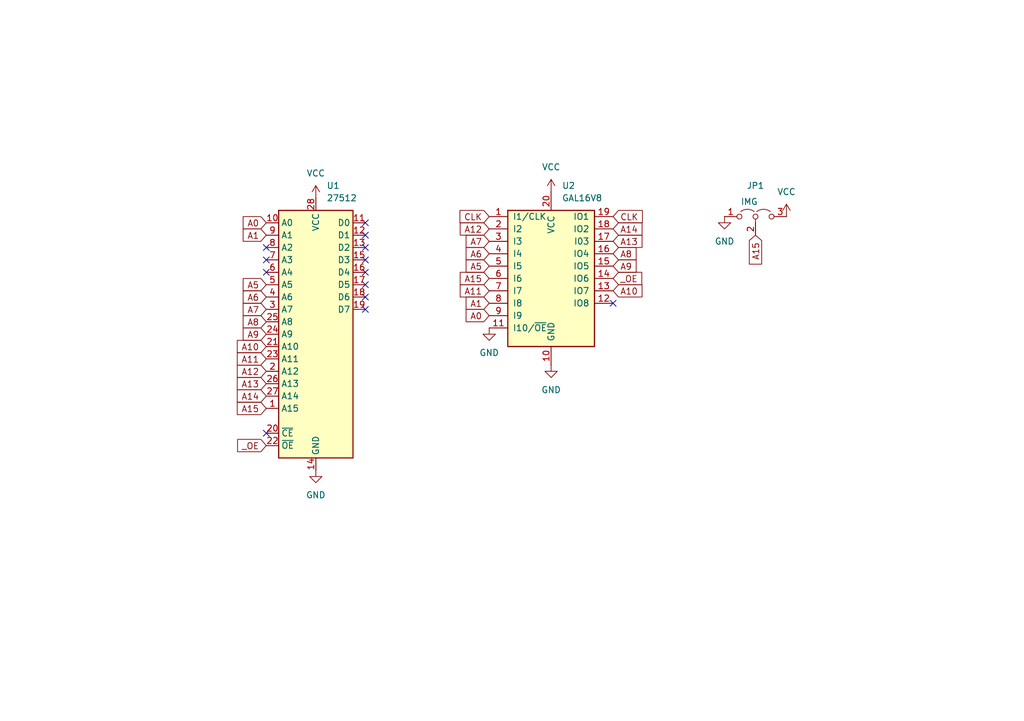
<source format=kicad_sch>
(kicad_sch (version 20231120) (generator "eeschema") (generator_version "8.0")
  (paper "A5")
  (title_block (title "Project Laoshi - 老師") (date "2024-05-19") (rev "3") (comment 1 "Recovering the teachings of an old teacher."))
  (lib_symbols
    (symbol "Jumper:Jumper_3_Open" (pin_names (offset 0) hide) (exclude_from_sim yes) (in_bom no)
      (property "Reference" "JP" (at -2.54 -2.54 0))
      (property "Value" "Jumper_3_Open" (at 0 2.794 0))
      (symbol "Jumper_3_Open_0_0"
        (circle (center -3.302 0) (radius 0.508))
        (circle (center 0 0) (radius 0.508))
        (circle (center 3.302 0) (radius 0.508))
      )
      (symbol "Jumper_3_Open_0_1"
        (arc (start -0.254 1.016) (mid -1.651 1.4992) (end -3.048 1.016))
        (polyline (pts (xy 0 -0.508) (xy 0 -1.27)))
        (arc (start 3.048 1.016) (mid 1.651 1.4992) (end 0.254 1.016))
      )
      (symbol "Jumper_3_Open_1_1"
        (pin passive line (at -6.35 0 0) (length 2.54) (name "A") (number "1"))
        (pin passive line (at 0 -3.81 90) (length 2.54) (name "C") (number "2"))
        (pin passive line (at 6.35 0 180) (length 2.54) (name "B") (number "3"))
      )
    )
    (symbol "Logic_Programmable:GAL16V8" (pin_names (offset 1.016))
      (property "Reference" "U" (at -8.89 16.51 0))
      (property "Value" "GAL16V8" (at 1.27 16.51 0))
      (symbol "GAL16V8_0_0"
        (pin power_in line (at 0 -17.78 90) (length 3.81) (name "GND") (number "10"))
        (pin power_in line (at 0 17.78 270) (length 3.81) (name "VCC") (number "20"))
      )
      (symbol "GAL16V8_0_1"
        (rectangle (start -8.89 13.97) (end 8.89 -13.97) (stroke (width 0.254)) (fill (type background)))
      )
      (symbol "GAL16V8_1_1"
        (pin input line (at -12.7 12.7 0) (length 3.81) (name "I1/CLK") (number "1"))
        (pin input line (at -12.7 -10.16 0) (length 3.81) (name "I10/~{OE}") (number "11"))
        (pin tri_state line (at 12.7 -5.08 180) (length 3.81) (name "IO8") (number "12"))
        (pin tri_state line (at 12.7 -2.54 180) (length 3.81) (name "IO7") (number "13"))
        (pin tri_state line (at 12.7 0 180) (length 3.81) (name "IO6") (number "14"))
        (pin tri_state line (at 12.7 2.54 180) (length 3.81) (name "IO5") (number "15"))
        (pin tri_state line (at 12.7 5.08 180) (length 3.81) (name "IO4") (number "16"))
        (pin tri_state line (at 12.7 7.62 180) (length 3.81) (name "I03") (number "17"))
        (pin tri_state line (at 12.7 10.16 180) (length 3.81) (name "IO2") (number "18"))
        (pin tri_state line (at 12.7 12.7 180) (length 3.81) (name "IO1") (number "19"))
        (pin input line (at -12.7 10.16 0) (length 3.81) (name "I2") (number "2"))
        (pin input line (at -12.7 7.62 0) (length 3.81) (name "I3") (number "3"))
        (pin input line (at -12.7 5.08 0) (length 3.81) (name "I4") (number "4"))
        (pin input line (at -12.7 2.54 0) (length 3.81) (name "I5") (number "5"))
        (pin input line (at -12.7 0 0) (length 3.81) (name "I6") (number "6"))
        (pin input line (at -12.7 -2.54 0) (length 3.81) (name "I7") (number "7"))
        (pin input line (at -12.7 -5.08 0) (length 3.81) (name "I8") (number "8"))
        (pin input line (at -12.7 -7.62 0) (length 3.81) (name "I9") (number "9"))
      )
    )
    (symbol "Memory_EPROM:27512"
      (property "Reference" "U" (at -7.62 26.67 0))
      (property "Value" "27512" (at 2.54 -26.67 0))
      (symbol "27512_1_1"
        (rectangle (start -7.62 25.4) (end 7.62 -25.4) (stroke (width 0.254)) (fill (type background)))
        (pin input line (at -10.16 -15.24 0) (length 2.54) (name "A15") (number "1"))
        (pin input line (at -10.16 22.86 0) (length 2.54) (name "A0") (number "10"))
        (pin tri_state line (at 10.16 22.86 180) (length 2.54) (name "D0") (number "11"))
        (pin tri_state line (at 10.16 20.32 180) (length 2.54) (name "D1") (number "12"))
        (pin tri_state line (at 10.16 17.78 180) (length 2.54) (name "D2") (number "13"))
        (pin power_in line (at 0 -27.94 90) (length 2.54) (name "GND") (number "14"))
        (pin tri_state line (at 10.16 15.24 180) (length 2.54) (name "D3") (number "15"))
        (pin tri_state line (at 10.16 12.7 180) (length 2.54) (name "D4") (number "16"))
        (pin tri_state line (at 10.16 10.16 180) (length 2.54) (name "D5") (number "17"))
        (pin tri_state line (at 10.16 7.62 180) (length 2.54) (name "D6") (number "18"))
        (pin tri_state line (at 10.16 5.08 180) (length 2.54) (name "D7") (number "19"))
        (pin input line (at -10.16 -7.62 0) (length 2.54) (name "A12") (number "2"))
        (pin input line (at -10.16 -20.32 0) (length 2.54) (name "~{CE}") (number "20"))
        (pin input line (at -10.16 -2.54 0) (length 2.54) (name "A10") (number "21"))
        (pin input line (at -10.16 -22.86 0) (length 2.54) (name "~{OE}") (number "22"))
        (pin input line (at -10.16 -5.08 0) (length 2.54) (name "A11") (number "23"))
        (pin input line (at -10.16 0 0) (length 2.54) (name "A9") (number "24"))
        (pin input line (at -10.16 2.54 0) (length 2.54) (name "A8") (number "25"))
        (pin input line (at -10.16 -10.16 0) (length 2.54) (name "A13") (number "26"))
        (pin input line (at -10.16 -12.7 0) (length 2.54) (name "A14") (number "27"))
        (pin power_in line (at 0 27.94 270) (length 2.54) (name "VCC") (number "28"))
        (pin input line (at -10.16 5.08 0) (length 2.54) (name "A7") (number "3"))
        (pin input line (at -10.16 7.62 0) (length 2.54) (name "A6") (number "4"))
        (pin input line (at -10.16 10.16 0) (length 2.54) (name "A5") (number "5"))
        (pin input line (at -10.16 12.7 0) (length 2.54) (name "A4") (number "6"))
        (pin input line (at -10.16 15.24 0) (length 2.54) (name "A3") (number "7"))
        (pin input line (at -10.16 17.78 0) (length 2.54) (name "A2") (number "8"))
        (pin input line (at -10.16 20.32 0) (length 2.54) (name "A1") (number "9"))
      )
    )
    (symbol "power:GND" (power) (pin_numbers hide) (pin_names (offset 0) hide)
      (property "Value" "GND" (at 0 -3.81 0))
      (symbol "GND_0_1"
        (polyline (pts (xy 0 0) (xy 0 -1.27) (xy 1.27 -1.27) (xy 0 -2.54) (xy -1.27 -1.27) (xy 0 -1.27)))
      )
      (symbol "GND_1_1"
        (pin power_in line (at 0 0 270) (length 0) (name "~") (number "1"))
      )
    )
    (symbol "power:VCC" (power) (pin_numbers hide) (pin_names (offset 0) hide)
      (property "Value" "VCC" (at 0 3.556 0))
      (symbol "VCC_0_1"
        (polyline (pts (xy -0.762 1.27) (xy 0 2.54)))
        (polyline (pts (xy 0 0) (xy 0 2.54)))
        (polyline (pts (xy 0 2.54) (xy 0.762 1.27)))
      )
      (symbol "VCC_1_1"
        (pin power_in line (at 0 0 90) (length 0) (name "~") (number "1"))
      )
    )
  )
  (no_connect (at 54.61 88.9))
  (no_connect (at 54.61 55.88))
  (no_connect (at 125.73 62.23))
  (no_connect (at 74.93 60.96))
  (no_connect (at 74.93 45.72))
  (no_connect (at 74.93 48.26))
  (no_connect (at 74.93 53.34))
  (no_connect (at 74.93 50.8))
  (no_connect (at 74.93 63.5))
  (no_connect (at 74.93 55.88))
  (no_connect (at 54.61 53.34))
  (no_connect (at 74.93 58.42))
  (no_connect (at 54.61 50.8))
  (global_label "A8" (shape input) (at 125.73 52.07 0) (property "Intersheetrefs" "${INTERSHEET_REFS}" (effects (hide yes))))
  (global_label "A15" (shape input) (at 154.94 48.26 270) (property "Intersheetrefs" "${INTERSHEET_REFS}" (effects (hide yes))))
  (global_label "A8" (shape input) (at 54.61 66.04 180) (property "Intersheetrefs" "${INTERSHEET_REFS}" (effects (hide yes))))
  (global_label "A11" (shape input) (at 54.61 73.66 180) (property "Intersheetrefs" "${INTERSHEET_REFS}" (effects (hide yes))))
  (global_label "A13" (shape input) (at 125.73 49.53 0) (property "Intersheetrefs" "${INTERSHEET_REFS}" (effects (hide yes))))
  (global_label "A9" (shape input) (at 125.73 54.61 0) (property "Intersheetrefs" "${INTERSHEET_REFS}" (effects (hide yes))))
  (global_label "A0" (shape input) (at 54.61 45.72 180) (property "Intersheetrefs" "${INTERSHEET_REFS}" (effects (hide yes))))
  (global_label "A10" (shape input) (at 54.61 71.12 180) (property "Intersheetrefs" "${INTERSHEET_REFS}" (effects (hide yes))))
  (global_label "A1" (shape input) (at 100.33 62.23 180) (property "Intersheetrefs" "${INTERSHEET_REFS}" (effects (hide yes))))
  (global_label "A6" (shape input) (at 54.61 60.96 180) (property "Intersheetrefs" "${INTERSHEET_REFS}" (effects (hide yes))))
  (global_label "A15" (shape input) (at 100.33 57.15 180) (property "Intersheetrefs" "${INTERSHEET_REFS}" (effects (hide yes))))
  (global_label "A10" (shape input) (at 125.73 59.69 0) (property "Intersheetrefs" "${INTERSHEET_REFS}" (effects (hide yes))))
  (global_label "_OE" (shape input) (at 125.73 57.15 0) (property "Intersheetrefs" "${INTERSHEET_REFS}" (effects (hide yes))))
  (global_label "A14" (shape input) (at 54.61 81.28 180) (property "Intersheetrefs" "${INTERSHEET_REFS}" (effects (hide yes))))
  (global_label "A0" (shape input) (at 100.33 64.77 180) (property "Intersheetrefs" "${INTERSHEET_REFS}" (effects (hide yes))))
  (global_label "A15" (shape input) (at 54.61 83.82 180) (property "Intersheetrefs" "${INTERSHEET_REFS}" (effects (hide yes))))
  (global_label "A6" (shape input) (at 100.33 52.07 180) (property "Intersheetrefs" "${INTERSHEET_REFS}" (effects (hide yes))))
  (global_label "A5" (shape input) (at 100.33 54.61 180) (property "Intersheetrefs" "${INTERSHEET_REFS}" (effects (hide yes))))
  (global_label "A12" (shape input) (at 54.61 76.2 180) (property "Intersheetrefs" "${INTERSHEET_REFS}" (effects (hide yes))))
  (global_label "CLK" (shape input) (at 125.73 44.45 0) (property "Intersheetrefs" "${INTERSHEET_REFS}" (effects (hide yes))))
  (global_label "A7" (shape input) (at 100.33 49.53 180) (property "Intersheetrefs" "${INTERSHEET_REFS}" (effects (hide yes))))
  (global_label "A9" (shape input) (at 54.61 68.58 180) (property "Intersheetrefs" "${INTERSHEET_REFS}" (effects (hide yes))))
  (global_label "A11" (shape input) (at 100.33 59.69 180) (property "Intersheetrefs" "${INTERSHEET_REFS}" (effects (hide yes))))
  (global_label "A13" (shape input) (at 54.61 78.74 180) (property "Intersheetrefs" "${INTERSHEET_REFS}" (effects (hide yes))))
  (global_label "A7" (shape input) (at 54.61 63.5 180) (property "Intersheetrefs" "${INTERSHEET_REFS}" (effects (hide yes))))
  (global_label "_OE" (shape input) (at 54.61 91.44 180) (property "Intersheetrefs" "${INTERSHEET_REFS}" (effects (hide yes))))
  (global_label "CLK" (shape input) (at 100.33 44.45 180) (property "Intersheetrefs" "${INTERSHEET_REFS}" (effects (hide yes))))
  (global_label "A12" (shape input) (at 100.33 46.99 180) (property "Intersheetrefs" "${INTERSHEET_REFS}" (effects (hide yes))))
  (global_label "A1" (shape input) (at 54.61 48.26 180) (property "Intersheetrefs" "${INTERSHEET_REFS}" (effects (hide yes))))
  (global_label "A14" (shape input) (at 125.73 46.99 0) (property "Intersheetrefs" "${INTERSHEET_REFS}" (effects (hide yes))))
  (global_label "A5" (shape input) (at 54.61 58.42 180) (property "Intersheetrefs" "${INTERSHEET_REFS}" (effects (hide yes))))
  (symbol (lib_id "power:VCC") (at 113.03 39.37 0) (unit 1)
    (property "Reference" "#PWR05" (effects (hide yes)))
    (property "Value" "VCC" (at 113.03 34.29 0))
    (property "Description" "Power symbol creates a global label with name \"VCC\"" (effects (hide yes)))
  )
  (symbol (lib_id "power:VCC") (at 64.77 40.64 0) (unit 1)
    (property "Reference" "#PWR04" (effects (hide yes)))
    (property "Value" "VCC" (at 64.77 35.56 0))
    (property "Description" "Power symbol creates a global label with name \"VCC\"" (effects (hide yes)))
  )
  (symbol (lib_id "Jumper:Jumper_3_Open") (at 154.94 44.45 0) (unit 1) (exclude_from_sim yes) (in_bom no)
    (property "Reference" "JP1" (at 154.94 38.1 0))
    (property "Value" "IMG" (at 153.67 41.402 0))
    (property "Footprint" "Connector_PinHeader_2.54mm:PinHeader_1x03_P2.54mm_Vertical" (effects (hide yes)))
    (property "Description" "Jumper, 3-pole, both open" (effects (hide yes)))
  )
  (symbol (lib_id "power:GND") (at 100.33 67.31 0) (unit 1)
    (property "Reference" "#PWR03" (effects (hide yes)))
    (property "Value" "GND" (at 100.33 72.39 0))
    (property "Description" "Power symbol creates a global label with name \"GND\" , ground" (effects (hide yes)))
  )
  (symbol (lib_id "Logic_Programmable:GAL16V8") (at 113.03 57.15 0) (unit 1)
    (property "Reference" "U2" (at 115.2241 38.1 0) (effects (justify left)))
    (property "Value" "GAL16V8" (at 115.2241 40.64 0) (effects (justify left)))
    (property "Footprint" "Package_DIP:DIP-20_W7.62mm" (effects (hide yes)))
    (property "Description" "Programmable Logic Array, DIP-20/SOIC-20/PLCC-20" (effects (hide yes)))
  )
  (symbol (lib_id "power:GND") (at 148.59 44.45 0) (unit 1)
    (property "Reference" "#PWR07" (effects (hide yes)))
    (property "Value" "GND" (at 148.59 49.53 0))
    (property "Description" "Power symbol creates a global label with name \"GND\" , ground" (effects (hide yes)))
  )
  (symbol (lib_id "power:GND") (at 113.03 74.93 0) (unit 1)
    (property "Reference" "#PWR02" (effects (hide yes)))
    (property "Value" "GND" (at 113.03 80.01 0))
    (property "Description" "Power symbol creates a global label with name \"GND\" , ground" (effects (hide yes)))
  )
  (symbol (lib_id "power:VCC") (at 161.29 44.45 0) (unit 1)
    (property "Reference" "#PWR06" (effects (hide yes)))
    (property "Value" "VCC" (at 161.29 39.37 0))
    (property "Description" "Power symbol creates a global label with name \"VCC\"" (effects (hide yes)))
  )
  (symbol (lib_id "Memory_EPROM:27512") (at 64.77 68.58 0) (unit 1)
    (property "Reference" "U1" (at 66.9641 38.1 0) (effects (justify left)))
    (property "Value" "27512" (at 66.9641 40.64 0) (effects (justify left)))
    (property "Footprint" "Package_DIP:DIP-28_W15.24mm" (effects (hide yes)))
    (property "Datasheet" "http://pdf.datasheetcatalog.com/datasheets/120/227190_DS.pdf" (effects (hide yes)))
    (property "Description" "UV Erasable EPROM 512 KiBit, [Obsolete 2007-01]" (effects (hide yes)))
  )
  (symbol (lib_id "power:GND") (at 64.77 96.52 0) (unit 1)
    (property "Reference" "#PWR01" (effects (hide yes)))
    (property "Value" "GND" (at 64.77 101.6 0))
    (property "Description" "Power symbol creates a global label with name \"GND\" , ground" (effects (hide yes)))
  )
)
</source>
